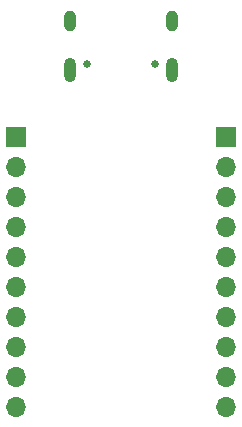
<source format=gbr>
%TF.GenerationSoftware,KiCad,Pcbnew,7.0.2*%
%TF.CreationDate,2023-05-30T01:45:27-07:00*%
%TF.ProjectId,iCEGenius,69434547-656e-4697-9573-2e6b69636164,rev?*%
%TF.SameCoordinates,Original*%
%TF.FileFunction,Soldermask,Bot*%
%TF.FilePolarity,Negative*%
%FSLAX46Y46*%
G04 Gerber Fmt 4.6, Leading zero omitted, Abs format (unit mm)*
G04 Created by KiCad (PCBNEW 7.0.2) date 2023-05-30 01:45:27*
%MOMM*%
%LPD*%
G01*
G04 APERTURE LIST*
%ADD10C,0.650000*%
%ADD11O,1.000000X1.800000*%
%ADD12O,1.000000X2.100000*%
%ADD13O,1.700000X1.700000*%
%ADD14R,1.700000X1.700000*%
G04 APERTURE END LIST*
D10*
%TO.C,J1*%
X153120000Y-82400000D03*
X158900000Y-82400000D03*
D11*
X160330000Y-78720000D03*
D12*
X151690000Y-82900000D03*
D11*
X151690000Y-78720000D03*
D12*
X160330000Y-82900000D03*
%TD*%
D13*
%TO.C,J3*%
X164915000Y-111390000D03*
X164915000Y-108850000D03*
X164915000Y-106310000D03*
X164915000Y-103770000D03*
X164915000Y-101230000D03*
X164915000Y-98690000D03*
X164915000Y-96150000D03*
X164915000Y-93610000D03*
X164915000Y-91070000D03*
D14*
X164915000Y-88530000D03*
%TD*%
D13*
%TO.C,J2*%
X147115000Y-111410000D03*
X147115000Y-108870000D03*
X147115000Y-106330000D03*
X147115000Y-103790000D03*
X147115000Y-101250000D03*
X147115000Y-98710000D03*
X147115000Y-96170000D03*
X147115000Y-93630000D03*
X147115000Y-91090000D03*
D14*
X147115000Y-88550000D03*
%TD*%
M02*

</source>
